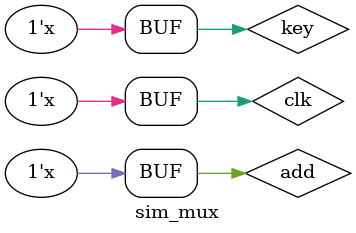
<source format=v>
`timescale 1ns / 1ps


module sim_mux;
    reg clk = 0;
    wire clk25M,clk12M,clk6M,clk3M,clk1M,clk781k,clk390k,clk195k,clk97k,clk48k,clk24k,clk12k,clk6k,clk3k,clk1k,clk762;
    wire clk_out;
    reg key = 0;
    reg add = 0;
    reg[15:0] key_value = 0;
    
    always@(*)
        if (add)
            key_value = {11'b0000_0000_000,key,4'b0000};
        else
            key_value = {10'b0000_0000_00,key,5'b0_0000};
    always #1
        clk = ~clk;

    always #10000
        key = ~key;
    always #200000
        add = ~add;
    
    
        clk_div uut_clk_div(
            .clk_in(clk),
            .clk25M_out(clk25M),
            .clk12M_out(clk12M),
            .clk6M_out(clk6M), 
            .clk3M_out(clk3M), 
            .clk1M_out(clk1M), 
            .clk781k_out(clk781k),
            .clk390k_out(clk390k),
            .clk195k_out(clk195k),
            .clk97k_out(clk97k),
            .clk48k_out(clk48k),
            .clk24k_out(clk24k),
            .clk12k_out(clk12k),
            .clk6k_out(clk6k), 
            .clk3k_out(clk3k), 
            .clk1k_out(clk1k),
            .clk762_out(clk762)
        );
        
    clk_mux instance_clk_mux(
                .clk50M_in(clk),
                .clk25M_in(clk25M),
                .clk12M_in(clk12M),
                .clk6M_in(clk6M),
                .clk3M_in(clk3M),
                .clk1M_in(clk1M),
                .clk781k_in(clk781k),
                .clk390k_in(clk390k),
                .clk195k_in(clk195k),
                .clk97k_in(clk97k),
                .clk48k_in(clk48k),
                .clk24k_in(clk24k),
                .clk12k_in(clk12k),
                .clk6k_in(clk6k),
                .clk3k_in(clk3k),
                .clk1k_in(clk1k),
                .keyval_in(key_value),
                .clk_out(clk_out)
             //    output reg clkK_out
                 );
endmodule

</source>
